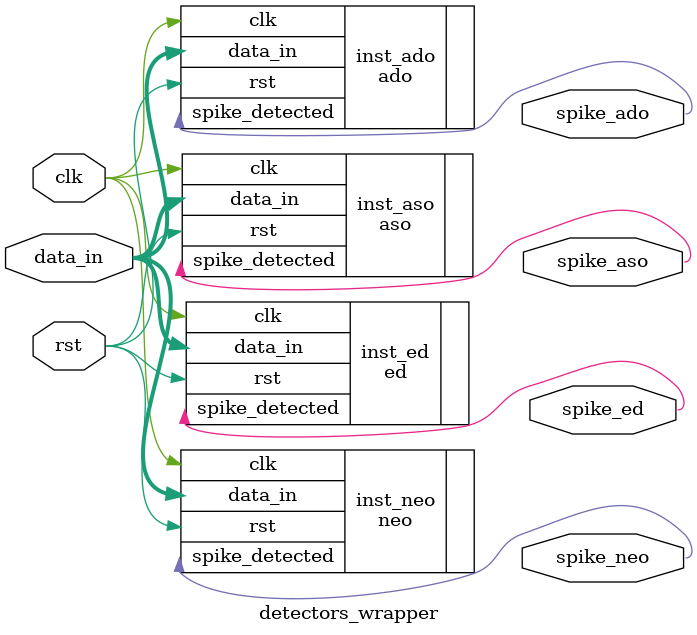
<source format=v>
module detectors_wrapper (
    input wire clk,
    input wire rst,
    input wire [15:0] data_in,
    output wire spike_neo,
    output wire spike_ado,
    output wire spike_aso,
    output wire spike_ed
);

    neo inst_neo (
        .clk(clk),
        .rst(rst),
        .data_in(data_in),
        .spike_detected(spike_neo)
    );

    ado inst_ado (
        .clk(clk),
        .rst(rst),
        .data_in(data_in),
        .spike_detected(spike_ado)
    );

    aso inst_aso (
        .clk(clk),
        .rst(rst),
        .data_in(data_in),
        .spike_detected(spike_aso)
    );

    ed inst_ed (
        .clk(clk),
        .rst(rst),
        .data_in(data_in),
        .spike_detected(spike_ed)
    );
    
    `ifdef COCOTB_SIM
    initial begin
        $dumpfile ("dump.fst");
        $dumpvars (0, detectors_wrapper);
    end
    `endif

endmodule

</source>
